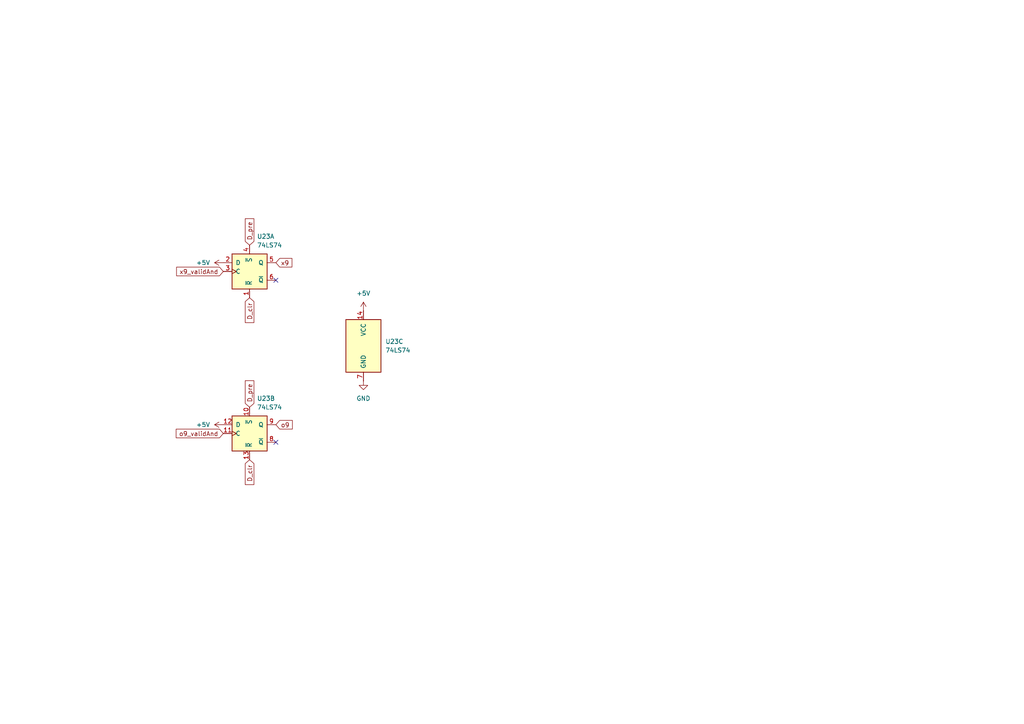
<source format=kicad_sch>
(kicad_sch
	(version 20250114)
	(generator "eeschema")
	(generator_version "9.0")
	(uuid "0f222bc9-c86a-4c26-921d-459394749d18")
	(paper "A4")
	(lib_symbols
		(symbol "74xx:74LS74"
			(pin_names
				(offset 1.016)
			)
			(exclude_from_sim no)
			(in_bom yes)
			(on_board yes)
			(property "Reference" "U"
				(at -7.62 8.89 0)
				(effects
					(font
						(size 1.27 1.27)
					)
				)
			)
			(property "Value" "74LS74"
				(at -7.62 -8.89 0)
				(effects
					(font
						(size 1.27 1.27)
					)
				)
			)
			(property "Footprint" ""
				(at 0 0 0)
				(effects
					(font
						(size 1.27 1.27)
					)
					(hide yes)
				)
			)
			(property "Datasheet" "74xx/74hc_hct74.pdf"
				(at 0 0 0)
				(effects
					(font
						(size 1.27 1.27)
					)
					(hide yes)
				)
			)
			(property "Description" "Dual D Flip-flop, Set & Reset"
				(at 0 0 0)
				(effects
					(font
						(size 1.27 1.27)
					)
					(hide yes)
				)
			)
			(property "ki_locked" ""
				(at 0 0 0)
				(effects
					(font
						(size 1.27 1.27)
					)
				)
			)
			(property "ki_keywords" "TTL DFF"
				(at 0 0 0)
				(effects
					(font
						(size 1.27 1.27)
					)
					(hide yes)
				)
			)
			(property "ki_fp_filters" "DIP*W7.62mm*"
				(at 0 0 0)
				(effects
					(font
						(size 1.27 1.27)
					)
					(hide yes)
				)
			)
			(symbol "74LS74_1_0"
				(pin input line
					(at -7.62 2.54 0)
					(length 2.54)
					(name "D"
						(effects
							(font
								(size 1.27 1.27)
							)
						)
					)
					(number "2"
						(effects
							(font
								(size 1.27 1.27)
							)
						)
					)
				)
				(pin input clock
					(at -7.62 0 0)
					(length 2.54)
					(name "C"
						(effects
							(font
								(size 1.27 1.27)
							)
						)
					)
					(number "3"
						(effects
							(font
								(size 1.27 1.27)
							)
						)
					)
				)
				(pin input line
					(at 0 7.62 270)
					(length 2.54)
					(name "~{S}"
						(effects
							(font
								(size 1.27 1.27)
							)
						)
					)
					(number "4"
						(effects
							(font
								(size 1.27 1.27)
							)
						)
					)
				)
				(pin input line
					(at 0 -7.62 90)
					(length 2.54)
					(name "~{R}"
						(effects
							(font
								(size 1.27 1.27)
							)
						)
					)
					(number "1"
						(effects
							(font
								(size 1.27 1.27)
							)
						)
					)
				)
				(pin output line
					(at 7.62 2.54 180)
					(length 2.54)
					(name "Q"
						(effects
							(font
								(size 1.27 1.27)
							)
						)
					)
					(number "5"
						(effects
							(font
								(size 1.27 1.27)
							)
						)
					)
				)
				(pin output line
					(at 7.62 -2.54 180)
					(length 2.54)
					(name "~{Q}"
						(effects
							(font
								(size 1.27 1.27)
							)
						)
					)
					(number "6"
						(effects
							(font
								(size 1.27 1.27)
							)
						)
					)
				)
			)
			(symbol "74LS74_1_1"
				(rectangle
					(start -5.08 5.08)
					(end 5.08 -5.08)
					(stroke
						(width 0.254)
						(type default)
					)
					(fill
						(type background)
					)
				)
			)
			(symbol "74LS74_2_0"
				(pin input line
					(at -7.62 2.54 0)
					(length 2.54)
					(name "D"
						(effects
							(font
								(size 1.27 1.27)
							)
						)
					)
					(number "12"
						(effects
							(font
								(size 1.27 1.27)
							)
						)
					)
				)
				(pin input clock
					(at -7.62 0 0)
					(length 2.54)
					(name "C"
						(effects
							(font
								(size 1.27 1.27)
							)
						)
					)
					(number "11"
						(effects
							(font
								(size 1.27 1.27)
							)
						)
					)
				)
				(pin input line
					(at 0 7.62 270)
					(length 2.54)
					(name "~{S}"
						(effects
							(font
								(size 1.27 1.27)
							)
						)
					)
					(number "10"
						(effects
							(font
								(size 1.27 1.27)
							)
						)
					)
				)
				(pin input line
					(at 0 -7.62 90)
					(length 2.54)
					(name "~{R}"
						(effects
							(font
								(size 1.27 1.27)
							)
						)
					)
					(number "13"
						(effects
							(font
								(size 1.27 1.27)
							)
						)
					)
				)
				(pin output line
					(at 7.62 2.54 180)
					(length 2.54)
					(name "Q"
						(effects
							(font
								(size 1.27 1.27)
							)
						)
					)
					(number "9"
						(effects
							(font
								(size 1.27 1.27)
							)
						)
					)
				)
				(pin output line
					(at 7.62 -2.54 180)
					(length 2.54)
					(name "~{Q}"
						(effects
							(font
								(size 1.27 1.27)
							)
						)
					)
					(number "8"
						(effects
							(font
								(size 1.27 1.27)
							)
						)
					)
				)
			)
			(symbol "74LS74_2_1"
				(rectangle
					(start -5.08 5.08)
					(end 5.08 -5.08)
					(stroke
						(width 0.254)
						(type default)
					)
					(fill
						(type background)
					)
				)
			)
			(symbol "74LS74_3_0"
				(pin power_in line
					(at 0 10.16 270)
					(length 2.54)
					(name "VCC"
						(effects
							(font
								(size 1.27 1.27)
							)
						)
					)
					(number "14"
						(effects
							(font
								(size 1.27 1.27)
							)
						)
					)
				)
				(pin power_in line
					(at 0 -10.16 90)
					(length 2.54)
					(name "GND"
						(effects
							(font
								(size 1.27 1.27)
							)
						)
					)
					(number "7"
						(effects
							(font
								(size 1.27 1.27)
							)
						)
					)
				)
			)
			(symbol "74LS74_3_1"
				(rectangle
					(start -5.08 7.62)
					(end 5.08 -7.62)
					(stroke
						(width 0.254)
						(type default)
					)
					(fill
						(type background)
					)
				)
			)
			(embedded_fonts no)
		)
		(symbol "power:+5V"
			(power)
			(pin_numbers
				(hide yes)
			)
			(pin_names
				(offset 0)
				(hide yes)
			)
			(exclude_from_sim no)
			(in_bom yes)
			(on_board yes)
			(property "Reference" "#PWR"
				(at 0 -3.81 0)
				(effects
					(font
						(size 1.27 1.27)
					)
					(hide yes)
				)
			)
			(property "Value" "+5V"
				(at 0 3.556 0)
				(effects
					(font
						(size 1.27 1.27)
					)
				)
			)
			(property "Footprint" ""
				(at 0 0 0)
				(effects
					(font
						(size 1.27 1.27)
					)
					(hide yes)
				)
			)
			(property "Datasheet" ""
				(at 0 0 0)
				(effects
					(font
						(size 1.27 1.27)
					)
					(hide yes)
				)
			)
			(property "Description" "Power symbol creates a global label with name \"+5V\""
				(at 0 0 0)
				(effects
					(font
						(size 1.27 1.27)
					)
					(hide yes)
				)
			)
			(property "ki_keywords" "global power"
				(at 0 0 0)
				(effects
					(font
						(size 1.27 1.27)
					)
					(hide yes)
				)
			)
			(symbol "+5V_0_1"
				(polyline
					(pts
						(xy -0.762 1.27) (xy 0 2.54)
					)
					(stroke
						(width 0)
						(type default)
					)
					(fill
						(type none)
					)
				)
				(polyline
					(pts
						(xy 0 2.54) (xy 0.762 1.27)
					)
					(stroke
						(width 0)
						(type default)
					)
					(fill
						(type none)
					)
				)
				(polyline
					(pts
						(xy 0 0) (xy 0 2.54)
					)
					(stroke
						(width 0)
						(type default)
					)
					(fill
						(type none)
					)
				)
			)
			(symbol "+5V_1_1"
				(pin power_in line
					(at 0 0 90)
					(length 0)
					(name "~"
						(effects
							(font
								(size 1.27 1.27)
							)
						)
					)
					(number "1"
						(effects
							(font
								(size 1.27 1.27)
							)
						)
					)
				)
			)
			(embedded_fonts no)
		)
		(symbol "power:GND"
			(power)
			(pin_numbers
				(hide yes)
			)
			(pin_names
				(offset 0)
				(hide yes)
			)
			(exclude_from_sim no)
			(in_bom yes)
			(on_board yes)
			(property "Reference" "#PWR"
				(at 0 -6.35 0)
				(effects
					(font
						(size 1.27 1.27)
					)
					(hide yes)
				)
			)
			(property "Value" "GND"
				(at 0 -3.81 0)
				(effects
					(font
						(size 1.27 1.27)
					)
				)
			)
			(property "Footprint" ""
				(at 0 0 0)
				(effects
					(font
						(size 1.27 1.27)
					)
					(hide yes)
				)
			)
			(property "Datasheet" ""
				(at 0 0 0)
				(effects
					(font
						(size 1.27 1.27)
					)
					(hide yes)
				)
			)
			(property "Description" "Power symbol creates a global label with name \"GND\" , ground"
				(at 0 0 0)
				(effects
					(font
						(size 1.27 1.27)
					)
					(hide yes)
				)
			)
			(property "ki_keywords" "global power"
				(at 0 0 0)
				(effects
					(font
						(size 1.27 1.27)
					)
					(hide yes)
				)
			)
			(symbol "GND_0_1"
				(polyline
					(pts
						(xy 0 0) (xy 0 -1.27) (xy 1.27 -1.27) (xy 0 -2.54) (xy -1.27 -1.27) (xy 0 -1.27)
					)
					(stroke
						(width 0)
						(type default)
					)
					(fill
						(type none)
					)
				)
			)
			(symbol "GND_1_1"
				(pin power_in line
					(at 0 0 270)
					(length 0)
					(name "~"
						(effects
							(font
								(size 1.27 1.27)
							)
						)
					)
					(number "1"
						(effects
							(font
								(size 1.27 1.27)
							)
						)
					)
				)
			)
			(embedded_fonts no)
		)
	)
	(no_connect
		(at 80.01 128.27)
		(uuid "740a870a-82a7-492a-94b2-1b8694927990")
	)
	(no_connect
		(at 80.01 81.28)
		(uuid "d7788c86-4acb-49cf-a25a-1dc2b1f735d9")
	)
	(global_label "x9"
		(shape input)
		(at 80.01 76.2 0)
		(fields_autoplaced yes)
		(effects
			(font
				(size 1.27 1.27)
			)
			(justify left)
		)
		(uuid "19c3f1b9-09c1-4a7a-a36c-b8aa72679a98")
		(property "Intersheetrefs" "${INTERSHEET_REFS}"
			(at 85.2328 76.2 0)
			(effects
				(font
					(size 1.27 1.27)
				)
				(justify left)
				(hide yes)
			)
		)
	)
	(global_label "D_clr"
		(shape input)
		(at 72.39 86.36 270)
		(fields_autoplaced yes)
		(effects
			(font
				(size 1.27 1.27)
			)
			(justify right)
		)
		(uuid "4347b0aa-a3b8-4a7b-999b-3e108ce0ee35")
		(property "Intersheetrefs" "${INTERSHEET_REFS}"
			(at 72.39 94.1228 90)
			(effects
				(font
					(size 1.27 1.27)
				)
				(justify right)
				(hide yes)
			)
		)
	)
	(global_label "x9_validAnd"
		(shape input)
		(at 64.77 78.74 180)
		(fields_autoplaced yes)
		(effects
			(font
				(size 1.27 1.27)
			)
			(justify right)
		)
		(uuid "482eaa16-105d-4630-a75d-5ec3aa2ec852")
		(property "Intersheetrefs" "${INTERSHEET_REFS}"
			(at 50.6574 78.74 0)
			(effects
				(font
					(size 1.27 1.27)
				)
				(justify right)
				(hide yes)
			)
		)
	)
	(global_label "D_pre"
		(shape input)
		(at 72.39 71.12 90)
		(fields_autoplaced yes)
		(effects
			(font
				(size 1.27 1.27)
			)
			(justify left)
		)
		(uuid "530fab04-9831-4c56-b1ca-26d8582bf728")
		(property "Intersheetrefs" "${INTERSHEET_REFS}"
			(at 72.39 62.8734 90)
			(effects
				(font
					(size 1.27 1.27)
				)
				(justify left)
				(hide yes)
			)
		)
	)
	(global_label "o9_validAnd"
		(shape input)
		(at 64.77 125.73 180)
		(fields_autoplaced yes)
		(effects
			(font
				(size 1.27 1.27)
			)
			(justify right)
		)
		(uuid "613a6220-b1f6-478a-b7f8-c6098f5c6f8d")
		(property "Intersheetrefs" "${INTERSHEET_REFS}"
			(at 50.5365 125.73 0)
			(effects
				(font
					(size 1.27 1.27)
				)
				(justify right)
				(hide yes)
			)
		)
	)
	(global_label "o9"
		(shape input)
		(at 80.01 123.19 0)
		(fields_autoplaced yes)
		(effects
			(font
				(size 1.27 1.27)
			)
			(justify left)
		)
		(uuid "69613aee-43a0-40fc-8631-75c3cf38971e")
		(property "Intersheetrefs" "${INTERSHEET_REFS}"
			(at 85.3537 123.19 0)
			(effects
				(font
					(size 1.27 1.27)
				)
				(justify left)
				(hide yes)
			)
		)
	)
	(global_label "D_clr"
		(shape input)
		(at 72.39 133.35 270)
		(fields_autoplaced yes)
		(effects
			(font
				(size 1.27 1.27)
			)
			(justify right)
		)
		(uuid "a9621053-aa51-451f-9d7d-001e62a83a51")
		(property "Intersheetrefs" "${INTERSHEET_REFS}"
			(at 72.39 141.1128 90)
			(effects
				(font
					(size 1.27 1.27)
				)
				(justify right)
				(hide yes)
			)
		)
	)
	(global_label "D_pre"
		(shape input)
		(at 72.39 118.11 90)
		(fields_autoplaced yes)
		(effects
			(font
				(size 1.27 1.27)
			)
			(justify left)
		)
		(uuid "d9415d5f-db58-4a78-a285-4d6b36033c51")
		(property "Intersheetrefs" "${INTERSHEET_REFS}"
			(at 72.39 109.8634 90)
			(effects
				(font
					(size 1.27 1.27)
				)
				(justify left)
				(hide yes)
			)
		)
	)
	(symbol
		(lib_id "74xx:74LS74")
		(at 72.39 78.74 0)
		(unit 1)
		(exclude_from_sim no)
		(in_bom yes)
		(on_board yes)
		(dnp no)
		(fields_autoplaced yes)
		(uuid "0a1e38d8-efd8-4074-8644-51336ad28f7b")
		(property "Reference" "U23"
			(at 74.5333 68.58 0)
			(effects
				(font
					(size 1.27 1.27)
				)
				(justify left)
			)
		)
		(property "Value" "74LS74"
			(at 74.5333 71.12 0)
			(effects
				(font
					(size 1.27 1.27)
				)
				(justify left)
			)
		)
		(property "Footprint" "Package_DIP:DIP-14_W7.62mm"
			(at 72.39 78.74 0)
			(effects
				(font
					(size 1.27 1.27)
				)
				(hide yes)
			)
		)
		(property "Datasheet" "74xx/74hc_hct74.pdf"
			(at 72.39 78.74 0)
			(effects
				(font
					(size 1.27 1.27)
				)
				(hide yes)
			)
		)
		(property "Description" "Dual D Flip-flop, Set & Reset"
			(at 72.39 78.74 0)
			(effects
				(font
					(size 1.27 1.27)
				)
				(hide yes)
			)
		)
		(pin "12"
			(uuid "b151a4c0-95ef-4496-bf8a-2c1fb6f960d4")
		)
		(pin "4"
			(uuid "20726d9e-7463-48bd-b33f-b08057f3bb3e")
		)
		(pin "14"
			(uuid "1e7d8e54-afc2-490c-afef-40a46277b200")
		)
		(pin "3"
			(uuid "438a0620-c96d-40ad-a96b-f0299c97498f")
		)
		(pin "8"
			(uuid "17c29a99-a9d4-4278-9bb4-85547421c95e")
		)
		(pin "5"
			(uuid "f485b28b-f1d2-4e87-afd2-01e2b1dcfe51")
		)
		(pin "11"
			(uuid "234d3305-417f-450a-96a2-e38f3f7cd055")
		)
		(pin "10"
			(uuid "e06bad5a-fe59-4017-b3fb-ab5f5514b0c1")
		)
		(pin "13"
			(uuid "d1c5766f-7571-4b4a-a396-2c373b657b34")
		)
		(pin "7"
			(uuid "a0541d54-4040-4978-a2ae-140970f9dab2")
		)
		(pin "2"
			(uuid "172a28d8-56a6-4ff9-bc05-f88ce48d20d4")
		)
		(pin "9"
			(uuid "76462129-3cef-4f26-af9a-83d9148fd459")
		)
		(pin "6"
			(uuid "2c0c56bd-d03c-4468-9d59-5cbcd33e2b12")
		)
		(pin "1"
			(uuid "7dff8f0b-cc7f-4662-8b45-56e4fc6cc422")
		)
		(instances
			(project ""
				(path "/0f222bc9-c86a-4c26-921d-459394749d18/e520f600-080d-4964-aef2-d22d59cb0851/cc106d66-711e-4488-a650-8bc0fd0f2b39"
					(reference "U23")
					(unit 1)
				)
			)
		)
	)
	(symbol
		(lib_id "power:+5V")
		(at 64.77 76.2 90)
		(unit 1)
		(exclude_from_sim no)
		(in_bom yes)
		(on_board yes)
		(dnp no)
		(fields_autoplaced yes)
		(uuid "141bdbea-edf8-4f66-b4a4-77bf156dee38")
		(property "Reference" "#PWR065"
			(at 68.58 76.2 0)
			(effects
				(font
					(size 1.27 1.27)
				)
				(hide yes)
			)
		)
		(property "Value" "+5V"
			(at 60.96 76.1999 90)
			(effects
				(font
					(size 1.27 1.27)
				)
				(justify left)
			)
		)
		(property "Footprint" ""
			(at 64.77 76.2 0)
			(effects
				(font
					(size 1.27 1.27)
				)
				(hide yes)
			)
		)
		(property "Datasheet" ""
			(at 64.77 76.2 0)
			(effects
				(font
					(size 1.27 1.27)
				)
				(hide yes)
			)
		)
		(property "Description" "Power symbol creates a global label with name \"+5V\""
			(at 64.77 76.2 0)
			(effects
				(font
					(size 1.27 1.27)
				)
				(hide yes)
			)
		)
		(pin "1"
			(uuid "eefef83b-de0c-468a-9c8d-5268931bb804")
		)
		(instances
			(project ""
				(path "/0f222bc9-c86a-4c26-921d-459394749d18/e520f600-080d-4964-aef2-d22d59cb0851/cc106d66-711e-4488-a650-8bc0fd0f2b39"
					(reference "#PWR065")
					(unit 1)
				)
			)
		)
	)
	(symbol
		(lib_id "power:+5V")
		(at 105.41 90.17 0)
		(unit 1)
		(exclude_from_sim no)
		(in_bom yes)
		(on_board yes)
		(dnp no)
		(fields_autoplaced yes)
		(uuid "341c7a6f-c953-4887-8f98-d55967092264")
		(property "Reference" "#PWR067"
			(at 105.41 93.98 0)
			(effects
				(font
					(size 1.27 1.27)
				)
				(hide yes)
			)
		)
		(property "Value" "+5V"
			(at 105.41 85.09 0)
			(effects
				(font
					(size 1.27 1.27)
				)
			)
		)
		(property "Footprint" ""
			(at 105.41 90.17 0)
			(effects
				(font
					(size 1.27 1.27)
				)
				(hide yes)
			)
		)
		(property "Datasheet" ""
			(at 105.41 90.17 0)
			(effects
				(font
					(size 1.27 1.27)
				)
				(hide yes)
			)
		)
		(property "Description" "Power symbol creates a global label with name \"+5V\""
			(at 105.41 90.17 0)
			(effects
				(font
					(size 1.27 1.27)
				)
				(hide yes)
			)
		)
		(pin "1"
			(uuid "456124be-3e60-4732-bc20-1958186158f0")
		)
		(instances
			(project ""
				(path "/0f222bc9-c86a-4c26-921d-459394749d18/e520f600-080d-4964-aef2-d22d59cb0851/cc106d66-711e-4488-a650-8bc0fd0f2b39"
					(reference "#PWR067")
					(unit 1)
				)
			)
		)
	)
	(symbol
		(lib_id "power:GND")
		(at 105.41 110.49 0)
		(unit 1)
		(exclude_from_sim no)
		(in_bom yes)
		(on_board yes)
		(dnp no)
		(fields_autoplaced yes)
		(uuid "78c939f4-c5d7-4801-be1d-ea0eb1d51211")
		(property "Reference" "#PWR068"
			(at 105.41 116.84 0)
			(effects
				(font
					(size 1.27 1.27)
				)
				(hide yes)
			)
		)
		(property "Value" "GND"
			(at 105.41 115.57 0)
			(effects
				(font
					(size 1.27 1.27)
				)
			)
		)
		(property "Footprint" ""
			(at 105.41 110.49 0)
			(effects
				(font
					(size 1.27 1.27)
				)
				(hide yes)
			)
		)
		(property "Datasheet" ""
			(at 105.41 110.49 0)
			(effects
				(font
					(size 1.27 1.27)
				)
				(hide yes)
			)
		)
		(property "Description" "Power symbol creates a global label with name \"GND\" , ground"
			(at 105.41 110.49 0)
			(effects
				(font
					(size 1.27 1.27)
				)
				(hide yes)
			)
		)
		(pin "1"
			(uuid "076f14e4-1edf-4039-b057-f74664b686d0")
		)
		(instances
			(project ""
				(path "/0f222bc9-c86a-4c26-921d-459394749d18/e520f600-080d-4964-aef2-d22d59cb0851/cc106d66-711e-4488-a650-8bc0fd0f2b39"
					(reference "#PWR068")
					(unit 1)
				)
			)
		)
	)
	(symbol
		(lib_id "74xx:74LS74")
		(at 72.39 125.73 0)
		(unit 2)
		(exclude_from_sim no)
		(in_bom yes)
		(on_board yes)
		(dnp no)
		(uuid "8ea3132e-f778-4202-b3d6-fdc71068607c")
		(property "Reference" "U23"
			(at 74.5333 115.57 0)
			(effects
				(font
					(size 1.27 1.27)
				)
				(justify left)
			)
		)
		(property "Value" "74LS74"
			(at 74.5333 118.11 0)
			(effects
				(font
					(size 1.27 1.27)
				)
				(justify left)
			)
		)
		(property "Footprint" "Package_DIP:DIP-14_W7.62mm"
			(at 72.39 125.73 0)
			(effects
				(font
					(size 1.27 1.27)
				)
				(hide yes)
			)
		)
		(property "Datasheet" "74xx/74hc_hct74.pdf"
			(at 72.39 125.73 0)
			(effects
				(font
					(size 1.27 1.27)
				)
				(hide yes)
			)
		)
		(property "Description" "Dual D Flip-flop, Set & Reset"
			(at 72.39 125.73 0)
			(effects
				(font
					(size 1.27 1.27)
				)
				(hide yes)
			)
		)
		(pin "12"
			(uuid "d2a4f3ab-8fa9-4999-9be9-0cf89b51573a")
		)
		(pin "4"
			(uuid "a446bce5-b06e-4c69-bb57-25b705bb075b")
		)
		(pin "14"
			(uuid "1e7d8e54-afc2-490c-afef-40a46277b201")
		)
		(pin "3"
			(uuid "a1297712-69b9-4d31-a6e3-e9d31e1118fc")
		)
		(pin "8"
			(uuid "ec7d46cf-f30a-49fb-b0e2-f63dee098053")
		)
		(pin "5"
			(uuid "d37bb2e3-74f6-47d1-a81e-869bdfc0d740")
		)
		(pin "11"
			(uuid "33a203f0-f23a-48df-9c8e-c7d339b17cf9")
		)
		(pin "10"
			(uuid "bd6a37d3-fde0-4eae-a119-41a82442e314")
		)
		(pin "13"
			(uuid "949dd076-1a6b-417b-a5a0-79f72cb2bd73")
		)
		(pin "7"
			(uuid "a0541d54-4040-4978-a2ae-140970f9dab3")
		)
		(pin "2"
			(uuid "49d6c06a-92c6-4784-9284-7551a7d1ad1f")
		)
		(pin "9"
			(uuid "4999fd14-6aba-4128-b3aa-4e2f70b19fc6")
		)
		(pin "6"
			(uuid "a173177a-d678-4ca1-91e5-25fbd731eed6")
		)
		(pin "1"
			(uuid "e72a8853-e290-441d-9efc-29ec16f9f8e0")
		)
		(instances
			(project ""
				(path "/0f222bc9-c86a-4c26-921d-459394749d18/e520f600-080d-4964-aef2-d22d59cb0851/cc106d66-711e-4488-a650-8bc0fd0f2b39"
					(reference "U23")
					(unit 2)
				)
			)
		)
	)
	(symbol
		(lib_id "74xx:74LS74")
		(at 105.41 100.33 0)
		(unit 3)
		(exclude_from_sim no)
		(in_bom yes)
		(on_board yes)
		(dnp no)
		(fields_autoplaced yes)
		(uuid "a30c21eb-e723-4916-b223-57b1ecf7d510")
		(property "Reference" "U23"
			(at 111.76 99.0599 0)
			(effects
				(font
					(size 1.27 1.27)
				)
				(justify left)
			)
		)
		(property "Value" "74LS74"
			(at 111.76 101.5999 0)
			(effects
				(font
					(size 1.27 1.27)
				)
				(justify left)
			)
		)
		(property "Footprint" "Package_DIP:DIP-14_W7.62mm"
			(at 105.41 100.33 0)
			(effects
				(font
					(size 1.27 1.27)
				)
				(hide yes)
			)
		)
		(property "Datasheet" "74xx/74hc_hct74.pdf"
			(at 105.41 100.33 0)
			(effects
				(font
					(size 1.27 1.27)
				)
				(hide yes)
			)
		)
		(property "Description" "Dual D Flip-flop, Set & Reset"
			(at 105.41 100.33 0)
			(effects
				(font
					(size 1.27 1.27)
				)
				(hide yes)
			)
		)
		(pin "12"
			(uuid "b151a4c0-95ef-4496-bf8a-2c1fb6f960d3")
		)
		(pin "4"
			(uuid "a446bce5-b06e-4c69-bb57-25b705bb0759")
		)
		(pin "14"
			(uuid "700ef8f6-f4c8-45e7-b339-7927900da154")
		)
		(pin "3"
			(uuid "a1297712-69b9-4d31-a6e3-e9d31e1118fa")
		)
		(pin "8"
			(uuid "17c29a99-a9d4-4278-9bb4-85547421c95d")
		)
		(pin "5"
			(uuid "d37bb2e3-74f6-47d1-a81e-869bdfc0d73e")
		)
		(pin "11"
			(uuid "234d3305-417f-450a-96a2-e38f3f7cd054")
		)
		(pin "10"
			(uuid "e06bad5a-fe59-4017-b3fb-ab5f5514b0c0")
		)
		(pin "13"
			(uuid "d1c5766f-7571-4b4a-a396-2c373b657b33")
		)
		(pin "7"
			(uuid "f4360bdb-4a45-4bd5-ab48-b8ff060fd0ad")
		)
		(pin "2"
			(uuid "49d6c06a-92c6-4784-9284-7551a7d1ad1d")
		)
		(pin "9"
			(uuid "76462129-3cef-4f26-af9a-83d9148fd458")
		)
		(pin "6"
			(uuid "a173177a-d678-4ca1-91e5-25fbd731eed4")
		)
		(pin "1"
			(uuid "e72a8853-e290-441d-9efc-29ec16f9f8de")
		)
		(instances
			(project ""
				(path "/0f222bc9-c86a-4c26-921d-459394749d18/e520f600-080d-4964-aef2-d22d59cb0851/cc106d66-711e-4488-a650-8bc0fd0f2b39"
					(reference "U23")
					(unit 3)
				)
			)
		)
	)
	(symbol
		(lib_id "power:+5V")
		(at 64.77 123.19 90)
		(unit 1)
		(exclude_from_sim no)
		(in_bom yes)
		(on_board yes)
		(dnp no)
		(fields_autoplaced yes)
		(uuid "c21f0c1c-9eda-4e4f-b3c6-1f34ec106f95")
		(property "Reference" "#PWR066"
			(at 68.58 123.19 0)
			(effects
				(font
					(size 1.27 1.27)
				)
				(hide yes)
			)
		)
		(property "Value" "+5V"
			(at 60.96 123.1899 90)
			(effects
				(font
					(size 1.27 1.27)
				)
				(justify left)
			)
		)
		(property "Footprint" ""
			(at 64.77 123.19 0)
			(effects
				(font
					(size 1.27 1.27)
				)
				(hide yes)
			)
		)
		(property "Datasheet" ""
			(at 64.77 123.19 0)
			(effects
				(font
					(size 1.27 1.27)
				)
				(hide yes)
			)
		)
		(property "Description" "Power symbol creates a global label with name \"+5V\""
			(at 64.77 123.19 0)
			(effects
				(font
					(size 1.27 1.27)
				)
				(hide yes)
			)
		)
		(pin "1"
			(uuid "c1afc02c-ad9b-49f6-8fcd-9ff4bce4ffad")
		)
		(instances
			(project ""
				(path "/0f222bc9-c86a-4c26-921d-459394749d18/e520f600-080d-4964-aef2-d22d59cb0851/cc106d66-711e-4488-a650-8bc0fd0f2b39"
					(reference "#PWR066")
					(unit 1)
				)
			)
		)
	)
)

</source>
